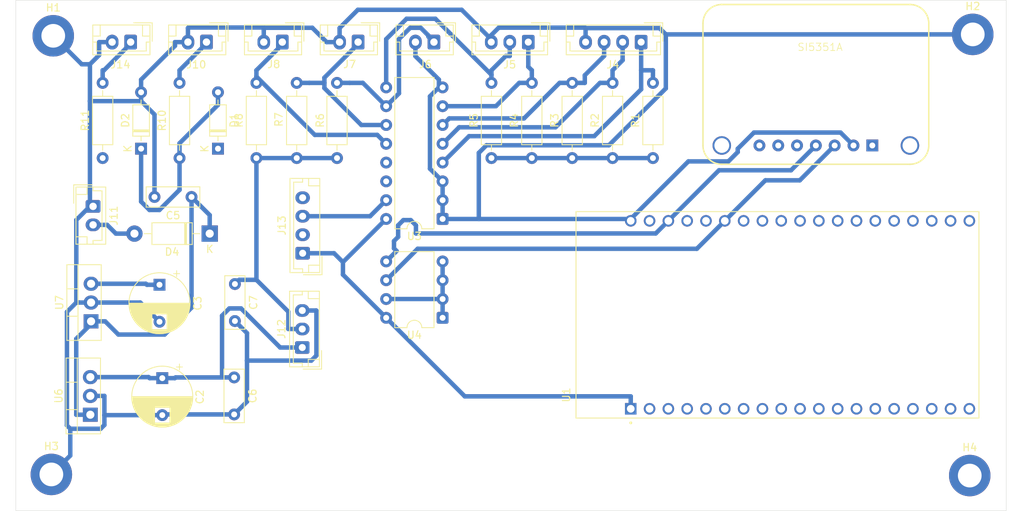
<source format=kicad_pcb>
(kicad_pcb (version 20241229) (generator "pcbnew") (generator_version "9.0")
  (layers (0 "F.Cu" signal) (2 "B.Cu" signal) (13 "F.Paste" user) (15 "B.Paste" user) (5 "F.SilkS" user "F.Silkscreen") (7 "B.SilkS" user "B.Silkscreen") (1 "F.Mask" user) (3 "B.Mask" user) (25 "Edge.Cuts" user))
  (net 0 "")
  (net 1 "+9V")
  (net 2 "GND")
  (net 3 "+5V")
  (net 4 "Net-(D4-K)")
  (net 5 "Net-(D1-A)")
  (net 6 "METER")
  (net 7 "Net-(D4-A)")
  (net 8 "Net-(J4-Pin_1)")
  (net 9 "Net-(J4-Pin_2)")
  (net 10 "Net-(J4-Pin_3)")
  (net 11 "Net-(J5-Pin_2)")
  (net 12 "Net-(J5-Pin_1)")
  (net 13 "Net-(J6-Pin_1)")
  (net 14 "Net-(J7-Pin_1)")
  (net 15 "Net-(J8-Pin_1)")
  (net 16 "CLK")
  (net 17 "Net-(J10-Pin_1)")
  (net 18 "SDA")
  (net 19 "SCL")
  (net 20 "+3.3V")
  (net 21 "PTT")
  (net 22 "DT")
  (net 23 "SW_STEP")
  (net 24 "CLK-2")
  (net 25 "DT-2")
  (net 26 "SW_BAND")
  (net 27 "SW_MODE")
  (net 28 "SW_AGC")
  (net 29 "SW_ATT")
  (net 30 "SW_SCAN")
  (net 37 "SCK")
  (net 38 "D{slash}C")
  (net 43 "MOSI")
  (net 49 "RST")
  (net 50 "CS")
  (footprint "Resistor_THT:R_Axial_DIN0207_L6.3mm_D2.5mm_P10.16mm_Horizontal" (layer "F.Cu") (at 148.7474 71.3232 90)
    (property "Reference" "R4" (at 5.08 -2.37 90) (layer "F.SilkS"))
    (property "Value" "10K")
    (pad "1" thru_hole circle (at 0 0 90) (size 1.6 1.6) (drill 0.8) (layers "*.Cu" "*.Mask") (net 3 "+5V"))
    (pad "2" thru_hole oval (at 10.16 0 90) (size 1.6 1.6) (drill 0.8) (layers "*.Cu" "*.Mask") (net 12 "Net-(J5-Pin_1)"))
  )
  (footprint "Connector_JST:JST_EH_B3B-EH-A_1x03_P2.50mm_Vertical" (layer "F.Cu") (at 117.7544 96.9264 90)
    (property "Reference" "J12" (at 2.5 -2.8 90) (layer "F.SilkS"))
    (property "Value" "AUX +5V +9V")
    (pad "1" thru_hole roundrect (at 0 0 90) (size 1.7 1.95) (drill 0.95) (layers "*.Cu" "*.Mask") (roundrect_rratio 0.147059) (net 1 "+9V"))
    (pad "2" thru_hole oval (at 2.5 0 90) (size 1.7 1.95) (drill 0.95) (layers "*.Cu" "*.Mask") (net 3 "+5V"))
    (pad "3" thru_hole oval (at 5 0 90) (size 1.7 1.95) (drill 0.95) (layers "*.Cu" "*.Mask") (net 2 "GND"))
  )
  (footprint "Connector_JST:JST_EH_B2B-EH-A_1x02_P2.50mm_Vertical" (layer "F.Cu") (at 89.5096 77.851 -90)
    (property "Reference" "J11" (at 1.25 -2.8 90) (layer "F.SilkS"))
    (property "Value" "VIN +12V")
    (pad "1" thru_hole roundrect (at 0 0 270) (size 1.7 2) (drill 1) (layers "*.Cu" "*.Mask") (roundrect_rratio 0.147059) (net 2 "GND"))
    (pad "2" thru_hole oval (at 2.5 0 270) (size 1.7 2) (drill 1) (layers "*.Cu" "*.Mask") (net 7 "Net-(D4-A)"))
  )
  (footprint "Connector_JST:JST_EH_B4B-EH-A_1x04_P2.50mm_Vertical" (layer "F.Cu") (at 117.8052 84.1864 90)
    (property "Reference" "J13" (at 3.75 -2.8 90) (layer "F.SilkS"))
    (property "Value" "I2C Bus")
    (pad "1" thru_hole roundrect (at 0 0 90) (size 1.7 1.95) (drill 0.95) (layers "*.Cu" "*.Mask") (roundrect_rratio 0.147059) (net 20 "+3.3V"))
    (pad "2" thru_hole oval (at 2.5 0 90) (size 1.7 1.95) (drill 0.95) (layers "*.Cu" "*.Mask") (net 19 "SCL"))
    (pad "3" thru_hole oval (at 5 0 90) (size 1.7 1.95) (drill 0.95) (layers "*.Cu" "*.Mask") (net 18 "SDA"))
    (pad "4" thru_hole oval (at 7.5 0 90) (size 1.7 1.95) (drill 0.95) (layers "*.Cu" "*.Mask") (net 2 "GND"))
  )
  (footprint "Connector_JST:JST_EH_B2B-EH-A_1x02_P2.50mm_Vertical" (layer "F.Cu") (at 135.5323 55.6514 180)
    (property "Reference" "J6" (at 1.143 -3.002 0) (layer "F.SilkS"))
    (property "Value" "AGC")
    (pad "1" thru_hole roundrect (at 0 0 180) (size 1.7 2) (drill 1) (layers "*.Cu" "*.Mask") (roundrect_rratio 0.147059) (net 13 "Net-(J6-Pin_1)"))
    (pad "2" thru_hole oval (at 2.5 0 180) (size 1.7 2) (drill 1) (layers "*.Cu" "*.Mask") (net 2 "GND"))
  )
  (footprint "Package_DIP:DIP-16_W7.62mm" (layer "F.Cu") (at 136.7028 79.5528 180)
    (property "Reference" "U3" (at 3.81 -2.33 0) (layer "F.SilkS"))
    (property "Value" "PCF8574AP")
    (pad "1" thru_hole roundrect (at 0 0 180) (size 1.6 1.6) (drill 0.8) (layers "*.Cu" "*.Mask") (roundrect_rratio 0.15625) (net 2 "GND"))
    (pad "2" thru_hole circle (at 0 2.54 180) (size 1.6 1.6) (drill 0.8) (layers "*.Cu" "*.Mask") (net 2 "GND"))
    (pad "3" thru_hole circle (at 0 5.08 180) (size 1.6 1.6) (drill 0.8) (layers "*.Cu" "*.Mask") (net 2 "GND"))
    (pad "4" thru_hole circle (at 0 7.62 180) (size 1.6 1.6) (drill 0.8) (layers "*.Cu" "*.Mask") (net 8 "Net-(J4-Pin_1)"))
    (pad "5" thru_hole circle (at 0 10.16 180) (size 1.6 1.6) (drill 0.8) (layers "*.Cu" "*.Mask") (net 9 "Net-(J4-Pin_2)"))
    (pad "6" thru_hole circle (at 0 12.7 180) (size 1.6 1.6) (drill 0.8) (layers "*.Cu" "*.Mask") (net 10 "Net-(J4-Pin_3)"))
    (pad "7" thru_hole circle (at 0 15.24 180) (size 1.6 1.6) (drill 0.8) (layers "*.Cu" "*.Mask") (net 12 "Net-(J5-Pin_1)"))
    (pad "8" thru_hole circle (at 0 17.78 180) (size 1.6 1.6) (drill 0.8) (layers "*.Cu" "*.Mask") (net 2 "GND"))
    (pad "9" thru_hole circle (at 7.62 17.78 180) (size 1.6 1.6) (drill 0.8) (layers "*.Cu" "*.Mask") (net 11 "Net-(J5-Pin_2)"))
    (pad "10" thru_hole circle (at 7.62 15.24 180) (size 1.6 1.6) (drill 0.8) (layers "*.Cu" "*.Mask") (net 13 "Net-(J6-Pin_1)"))
    (pad "11" thru_hole circle (at 7.62 12.7 180) (size 1.6 1.6) (drill 0.8) (layers "*.Cu" "*.Mask") (net 14 "Net-(J7-Pin_1)"))
    (pad "12" thru_hole circle (at 7.62 10.16 180) (size 1.6 1.6) (drill 0.8) (layers "*.Cu" "*.Mask") (net 15 "Net-(J8-Pin_1)"))
    (pad "13" thru_hole circle (at 7.62 7.62 180) (size 1.6 1.6) (drill 0.8) (layers "*.Cu" "*.Mask"))
    (pad "14" thru_hole circle (at 7.62 5.08 180) (size 1.6 1.6) (drill 0.8) (layers "*.Cu" "*.Mask") (net 19 "SCL"))
    (pad "15" thru_hole circle (at 7.62 2.54 180) (size 1.6 1.6) (drill 0.8) (layers "*.Cu" "*.Mask") (net 18 "SDA"))
    (pad "16" thru_hole circle (at 7.62 0 180) (size 1.6 1.6) (drill 0.8) (layers "*.Cu" "*.Mask") (net 20 "+3.3V"))
  )
  (footprint "Connector_JST:JST_EH_B2B-EH-A_1x02_P2.50mm_Vertical" (layer "F.Cu") (at 125.2951 55.6514 180)
    (property "Reference" "J7" (at 1.143 -3.002 0) (layer "F.SilkS"))
    (property "Value" "ATT")
    (pad "1" thru_hole roundrect (at 0 0 180) (size 1.7 2) (drill 1) (layers "*.Cu" "*.Mask") (roundrect_rratio 0.147059) (net 14 "Net-(J7-Pin_1)"))
    (pad "2" thru_hole oval (at 2.5 0 180) (size 1.7 2) (drill 1) (layers "*.Cu" "*.Mask") (net 2 "GND"))
  )
  (footprint "Capacitor_THT:C_Rect_L7.0mm_W2.5mm_P5.00mm" (layer "F.Cu") (at 108.6612 88.3488 -90)
    (property "Reference" "C7" (at 2.5 -2.5 90) (layer "F.SilkS"))
    (property "Value" "100nF")
    (pad "1" thru_hole circle (at 0 0 270) (size 1.6 1.6) (drill 0.8) (layers "*.Cu" "*.Mask") (net 3 "+5V"))
    (pad "2" thru_hole circle (at 5 0 270) (size 1.6 1.6) (drill 0.8) (layers "*.Cu" "*.Mask") (net 2 "GND"))
  )
  (footprint "-Periferial_Module:si5351a_Module" (layer "F.Cu") (at 174.3964 69.6216)
    (property "Reference" "M1" (hide yes))
    (property "Value" "Si5351A module" (hide yes))
    (fp_text user "SI5351A" (at 10.16 -12.7 0) (layer "F.SilkS") (effects (font (thickness 0.1)) (justify left bottom)))
    (pad "" np_thru_hole circle (at 0 0) (size 2.5 2.5) (drill 2) (layers "*.Cu" "*.Mask"))
    (pad "" np_thru_hole circle (at 25.4 0) (size 2.5 2.5) (drill 2) (layers "*.Cu" "*.Mask"))
    (pad "1" thru_hole rect (at 20.32 0 180) (size 1.6 1.6) (drill 0.8) (layers "*.Cu" "*.Mask") (net 20 "+3.3V"))
    (pad "2" thru_hole circle (at 17.78 0 180) (size 1.6 1.6) (drill 0.8) (layers "*.Cu" "*.Mask") (net 2 "GND"))
    (pad "3" thru_hole circle (at 15.24 0 180) (size 1.6 1.6) (drill 0.8) (layers "*.Cu" "*.Mask") (net 19 "SCL"))
    (pad "4" thru_hole circle (at 12.7 0 180) (size 1.6 1.6) (drill 0.8) (layers "*.Cu" "*.Mask") (net 18 "SDA"))
    (pad "5" thru_hole circle (at 10.16 0 180) (size 1.6 1.6) (drill 0.8) (layers "*.Cu" "*.Mask"))
    (pad "6" thru_hole circle (at 7.62 0 180) (size 1.6 1.6) (drill 0.8) (layers "*.Cu" "*.Mask"))
    (pad "7" thru_hole circle (at 5.08 0 180) (size 1.6 1.6) (drill 0.8) (layers "*.Cu" "*.Mask"))
  )
  (footprint "Resistor_THT:R_Axial_DIN0207_L6.3mm_D2.5mm_P10.16mm_Horizontal" (layer "F.Cu") (at 90.805 71.3232 90)
    (property "Reference" "R11" (at 5.08 -2.37 90) (layer "F.SilkS"))
    (property "Value" "10k")
    (pad "1" thru_hole circle (at 0 0 90) (size 1.6 1.6) (drill 0.8) (layers "*.Cu" "*.Mask") (net 20 "+3.3V"))
    (pad "2" thru_hole oval (at 10.16 0 90) (size 1.6 1.6) (drill 0.8) (layers "*.Cu" "*.Mask") (net 21 "PTT"))
  )
  (footprint "MountingHole:MountingHole_3.2mm_M3_DIN965_Pad_TopBottom" (layer "F.Cu") (at 208.28 54.61)
    (property "Reference" "H2" (at 0 -3.8 0) (layer "F.SilkS"))
    (property "Value" "MountingHole_Pad")
    (pad "1" thru_hole circle (at 0 0) (size 3.6 3.6) (drill 3.2) (layers "*.Cu" "*.Mask") (net 2 "GND"))
    (pad "1" connect circle (at 0 0) (size 5.6 5.6) (layers "F.Cu" "F.Mask") (net 2 "GND"))
    (pad "1" connect circle (at 0 0) (size 5.6 5.6) (layers "B.Cu" "B.Mask") (net 2 "GND"))
  )
  (footprint "Connector_JST:JST_EH_B4B-EH-A_1x04_P2.50mm_Vertical" (layer "F.Cu") (at 163.5068 55.6514 180)
    (property "Reference" "J4" (at 3.811643 -3.048 0) (layer "F.SilkS"))
    (property "Value" "Band")
    (pad "1" thru_hole roundrect (at 0 0 180) (size 1.7 1.95) (drill 0.95) (layers "*.Cu" "*.Mask") (roundrect_rratio 0.147059) (net 8 "Net-(J4-Pin_1)"))
    (pad "2" thru_hole oval (at 2.5 0 180) (size 1.7 1.95) (drill 0.95) (layers "*.Cu" "*.Mask") (net 9 "Net-(J4-Pin_2)"))
    (pad "3" thru_hole oval (at 5 0 180) (size 1.7 1.95) (drill 0.95) (layers "*.Cu" "*.Mask") (net 10 "Net-(J4-Pin_3)"))
    (pad "4" thru_hole oval (at 7.5 0 180) (size 1.7 1.95) (drill 0.95) (layers "*.Cu" "*.Mask") (net 2 "GND"))
  )
  (footprint "Resistor_THT:R_Axial_DIN0207_L6.3mm_D2.5mm_P10.16mm_Horizontal" (layer "F.Cu") (at 154.1983 71.3232 90)
    (property "Reference" "R3" (at 5.08 -2.37 90) (layer "F.SilkS"))
    (property "Value" "10K")
    (pad "1" thru_hole circle (at 0 0 90) (size 1.6 1.6) (drill 0.8) (layers "*.Cu" "*.Mask") (net 3 "+5V"))
    (pad "2" thru_hole oval (at 10.16 0 90) (size 1.6 1.6) (drill 0.8) (layers "*.Cu" "*.Mask") (net 10 "Net-(J4-Pin_3)"))
  )
  (footprint "Resistor_THT:R_Axial_DIN0207_L6.3mm_D2.5mm_P10.16mm_Horizontal" (layer "F.Cu") (at 159.6491 71.3232 90)
    (property "Reference" "R2" (at 5.08 -2.37 90) (layer "F.SilkS"))
    (property "Value" "10K")
    (pad "1" thru_hole circle (at 0 0 90) (size 1.6 1.6) (drill 0.8) (layers "*.Cu" "*.Mask") (net 3 "+5V"))
    (pad "2" thru_hole oval (at 10.16 0 90) (size 1.6 1.6) (drill 0.8) (layers "*.Cu" "*.Mask") (net 9 "Net-(J4-Pin_2)"))
  )
  (footprint "Capacitor_THT:CP_Radial_D8.0mm_P5.00mm" (layer "F.Cu") (at 98.8543 101.0661 -90)
    (property "Reference" "C2" (at 2.54 -5.0825 90) (layer "F.SilkS"))
    (property "Value" "100uF 25v")
    (pad "1" thru_hole rect (at 0 0 270) (size 1.6 1.6) (drill 0.8) (layers "*.Cu" "*.Mask") (net 1 "+9V"))
    (pad "2" thru_hole circle (at 5 0 270) (size 1.6 1.6) (drill 0.8) (layers "*.Cu" "*.Mask") (net 2 "GND"))
  )
  (footprint "Package_TO_SOT_THT:TO-220-3_Vertical" (layer "F.Cu") (at 89.1389 106.0088 90)
    (property "Reference" "U6" (at 2.54 -4.27 90) (layer "F.SilkS"))
    (property "Value" "LM7809_TO220")
    (pad "1" thru_hole rect (at 0 0 90) (size 1.905 2) (drill 1.1) (layers "*.Cu" "*.Mask") (net 4 "Net-(D4-K)"))
    (pad "2" thru_hole oval (at 2.54 0 90) (size 1.905 2) (drill 1.1) (layers "*.Cu" "*.Mask") (net 2 "GND"))
    (pad "3" thru_hole oval (at 5.08 0 90) (size 1.905 2) (drill 1.1) (layers "*.Cu" "*.Mask") (net 1 "+9V"))
  )
  (footprint "Connector_JST:JST_EH_B2B-EH-A_1x02_P2.50mm_Vertical" (layer "F.Cu") (at 104.8206 55.6514 180)
    (property "Reference" "J10" (at 1.3716 -3.048 0) (layer "F.SilkS"))
    (property "Value" "IN S_meter")
    (pad "1" thru_hole roundrect (at 0 0 180) (size 1.7 2) (drill 1) (layers "*.Cu" "*.Mask") (roundrect_rratio 0.147059) (net 17 "Net-(J10-Pin_1)"))
    (pad "2" thru_hole oval (at 2.5 0 180) (size 1.7 2) (drill 1) (layers "*.Cu" "*.Mask") (net 2 "GND"))
  )
  (footprint "-ESP32_Module:MODULE_ESP32-DEVKITC-32D" (layer "F.Cu") (at 181.8628 92.5068 90)
    (property "Reference" "U1" (at -10.829175 -28.446045 90) (layer "F.SilkS") (effects (font (size 1.000386 1.000386))))
    (property "Value" "ESP32-DEVKITC-32D")
    (pad "J2-1" thru_hole rect (at -12.7 -19.76 90) (size 1.56 1.56) (drill 1.04) (layers "*.Cu" "*.Mask") (net 20 "+3.3V"))
    (pad "J2-2" thru_hole circle (at -12.7 -17.22 90) (size 1.56 1.56) (drill 1.04) (layers "*.Cu" "*.Mask"))
    (pad "J2-3" thru_hole circle (at -12.7 -14.68 90) (size 1.56 1.56) (drill 1.04) (layers "*.Cu" "*.Mask"))
    (pad "J2-4" thru_hole circle (at -12.7 -12.14 90) (size 1.56 1.56) (drill 1.04) (layers "*.Cu" "*.Mask"))
    (pad "J2-5" thru_hole circle (at -12.7 -9.6 90) (size 1.56 1.56) (drill 1.04) (layers "*.Cu" "*.Mask") (net 16 "CLK"))
    (pad "J2-6" thru_hole circle (at -12.7 -7.06 90) (size 1.56 1.56) (drill 1.04) (layers "*.Cu" "*.Mask") (net 22 "DT"))
    (pad "J2-7" thru_hole circle (at -12.7 -4.52 90) (size 1.56 1.56) (drill 1.04) (layers "*.Cu" "*.Mask") (net 23 "SW_STEP"))
    (pad "J2-8" thru_hole circle (at -12.7 -1.98 90) (size 1.56 1.56) (drill 1.04) (layers "*.Cu" "*.Mask") (net 26 "SW_BAND"))
    (pad "J2-9" thru_hole circle (at -12.7 0.56 90) (size 1.56 1.56) (drill 1.04) (layers "*.Cu" "*.Mask") (net 27 "SW_MODE"))
    (pad "J2-10" thru_hole circle (at -12.7 3.1 90) (size 1.56 1.56) (drill 1.04) (layers "*.Cu" "*.Mask") (net 28 "SW_AGC"))
    (pad "J2-11" thru_hole circle (at -12.7 5.64 90) (size 1.56 1.56) (drill 1.04) (layers "*.Cu" "*.Mask") (net 29 "SW_ATT"))
    (pad "J2-12" thru_hole circle (at -12.7 8.18 90) (size 1.56 1.56) (drill 1.04) (layers "*.Cu" "*.Mask") (net 30 "SW_SCAN"))
    (pad "J2-13" thru_hole circle (at -12.7 10.72 90) (size 1.56 1.56) (drill 1.04) (layers "*.Cu" "*.Mask") (net 24 "CLK-2"))
    (pad "J2-14" thru_hole circle (at -12.7 13.26 90) (size 1.56 1.56) (drill 1.04) (layers "*.Cu" "*.Mask"))
    (pad "J2-15" thru_hole circle (at -12.7 15.8 90) (size 1.56 1.56) (drill 1.04) (layers "*.Cu" "*.Mask") (net 25 "DT-2"))
    (pad "J2-16" thru_hole circle (at -12.7 18.34 90) (size 1.56 1.56) (drill 1.04) (layers "*.Cu" "*.Mask"))
    (pad "J2-17" thru_hole circle (at -12.7 20.88 90) (size 1.56 1.56) (drill 1.04) (layers "*.Cu" "*.Mask"))
    (pad "J2-18" thru_hole circle (at -12.7 23.42 90) (size 1.56 1.56) (drill 1.04) (layers "*.Cu" "*.Mask"))
    (pad "J2-19" thru_hole circle (at -12.7 25.96 90) (size 1.56 1.56) (drill 1.04) (layers "*.Cu" "*.Mask") (net 3 "+5V"))
    (pad "J3-1" thru_hole circle (at 12.7 -19.76 90) (size 1.56 1.56) (drill 1.04) (layers "*.Cu" "*.Mask") (net 2 "GND"))
    (pad "J3-2" thru_hole circle (at 12.7 -17.22 90) (size 1.56 1.56) (drill 1.04) (layers "*.Cu" "*.Mask") (net 43 "MOSI"))
    (pad "J3-3" thru_hole circle (at 12.7 -14.68 90) (size 1.56 1.56) (drill 1.04) (layers "*.Cu" "*.Mask") (net 18 "SDA"))
    (pad "J3-4" thru_hole circle (at 12.7 -12.14 90) (size 1.56 1.56) (drill 1.04) (layers "*.Cu" "*.Mask"))
    (pad "J3-5" thru_hole circle (at 12.7 -9.6 90) (size 1.56 1.56) (drill 1.04) (layers "*.Cu" "*.Mask"))
    (pad "J3-6" thru_hole circle (at 12.7 -7.06 90) (size 1.56 1.56) (drill 1.04) (layers "*.Cu" "*.Mask") (net 19 "SCL"))
    (pad "J3-7" thru_hole circle (at 12.7 -4.52 90) (size 1.56 1.56) (drill 1.04) (layers "*.Cu" "*.Mask"))
    (pad "J3-8" thru_hole circle (at 12.7 -1.98 90) (size 1.56 1.56) (drill 1.04) (layers "*.Cu" "*.Mask") (net 21 "PTT"))
    (pad "J3-9" thru_hole circle (at 12.7 0.56 90) (size 1.56 1.56) (drill 1.04) (layers "*.Cu" "*.Mask") (net 37 "SCK"))
    (pad "J3-10" thru_hole circle (at 12.7 3.1 90) (size 1.56 1.56) (drill 1.04) (layers "*.Cu" "*.Mask") (net 50 "CS"))
    (pad "J3-11" thru_hole circle (at 12.7 5.64 90) (size 1.56 1.56) (drill 1.04) (layers "*.Cu" "*.Mask") (net 49 "RST"))
    (pad "J3-12" thru_hole circle (at 12.7 8.18 90) (size 1.56 1.56) (drill 1.04) (layers "*.Cu" "*.Mask") (net 38 "D{slash}C"))
    (pad "J3-13" thru_hole circle (at 12.7 10.72 90) (size 1.56 1.56) (drill 1.04) (layers "*.Cu" "*.Mask"))
    (pad "J3-14" thru_hole circle (at 12.7 13.26 90) (size 1.56 1.56) (drill 1.04) (layers "*.Cu" "*.Mask"))
    (pad "J3-15" thru_hole circle (at 12.7 15.8 90) (size 1.56 1.56) (drill 1.04) (layers "*.Cu" "*.Mask"))
    (pad "J3-16" thru_hole circle (at 12.7 18.34 90) (size 1.56 1.56) (drill 1.04) (layers "*.Cu" "*.Mask") (net 6 "METER"))
    (pad "J3-17" thru_hole circle (at 12.7 20.88 90) (size 1.56 1.56) (drill 1.04) (layers "*.Cu" "*.Mask"))
    (pad "J3-18" thru_hole circle (at 12.7 23.42 90) (size 1.56 1.56) (drill 1.04) (layers "*.Cu" "*.Mask"))
    (pad "J3-19" thru_hole circle (at 12.7 25.96 90) (size 1.56 1.56) (drill 1.04) (layers "*.Cu" "*.Mask"))
  )
  (footprint "MountingHole:MountingHole_3.2mm_M3_DIN965_Pad_TopBottom" (layer "F.Cu") (at 84.1356 54.8008)
    (property "Reference" "H1" (at 0 -3.8 0) (layer "F.SilkS"))
    (property "Value" "MountingHole_Pad")
    (pad "1" thru_hole circle (at 0 0) (size 3.6 3.6) (drill 3.2) (layers "*.Cu" "*.Mask") (net 2 "GND"))
    (pad "1" connect circle (at 0 0) (size 5.6 5.6) (layers "F.Cu" "F.Mask") (net 2 "GND"))
    (pad "1" connect circle (at 0 0) (size 5.6 5.6) (layers "B.Cu" "B.Mask") (net 2 "GND"))
  )
  (footprint "Resistor_THT:R_Axial_DIN0207_L6.3mm_D2.5mm_P10.16mm_Horizontal" (layer "F.Cu") (at 111.565 71.3232 90)
    (property "Reference" "R8" (at 5.08 -2.37 90) (layer "F.SilkS"))
    (property "Value" "10K")
    (pad "1" thru_hole circle (at 0 0 90) (size 1.6 1.6) (drill 0.8) (layers "*.Cu" "*.Mask") (net 3 "+5V"))
    (pad "2" thru_hole oval (at 10.16 0 90) (size 1.6 1.6) (drill 0.8) (layers "*.Cu" "*.Mask") (net 15 "Net-(J8-Pin_1)"))
  )
  (footprint "Resistor_THT:R_Axial_DIN0207_L6.3mm_D2.5mm_P10.16mm_Horizontal" (layer "F.Cu") (at 122.445 71.3232 90)
    (property "Reference" "R6" (at 5.08 -2.286 90) (layer "F.SilkS"))
    (property "Value" "10K")
    (pad "1" thru_hole circle (at 0 0 90) (size 1.6 1.6) (drill 0.8) (layers "*.Cu" "*.Mask") (net 3 "+5V"))
    (pad "2" thru_hole oval (at 10.16 0 90) (size 1.6 1.6) (drill 0.8) (layers "*.Cu" "*.Mask") (net 13 "Net-(J6-Pin_1)"))
  )
  (footprint "Capacitor_THT:C_Rect_L7.0mm_W2.5mm_P5.00mm" (layer "F.Cu") (at 108.5596 100.9688 -90)
    (property "Reference" "C6" (at 2.5 -2.5 90) (layer "F.SilkS"))
    (property "Value" "100nF")
    (pad "1" thru_hole circle (at 0 0 270) (size 1.6 1.6) (drill 0.8) (layers "*.Cu" "*.Mask") (net 1 "+9V"))
    (pad "2" thru_hole circle (at 5 0 270) (size 1.6 1.6) (drill 0.8) (layers "*.Cu" "*.Mask") (net 2 "GND"))
  )
  (footprint "Resistor_THT:R_Axial_DIN0207_L6.3mm_D2.5mm_P10.16mm_Horizontal" (layer "F.Cu") (at 117.005 71.3232 90)
    (property "Reference" "R7" (at 5.207 -2.413 90) (layer "F.SilkS"))
    (property "Value" "10K")
    (pad "1" thru_hole circle (at 0 0 90) (size 1.6 1.6) (drill 0.8) (layers "*.Cu" "*.Mask") (net 3 "+5V"))
    (pad "2" thru_hole oval (at 10.16 0 90) (size 1.6 1.6) (drill 0.8) (layers "*.Cu" "*.Mask") (net 14 "Net-(J7-Pin_1)"))
  )
  (footprint "Capacitor_THT:CP_Radial_D8.0mm_P5.00mm" (layer "F.Cu") (at 98.4784 88.4461 -90)
    (property "Reference" "C3" (at 2.5108 -5.1536 90) (layer "F.SilkS"))
    (property "Value" "100uF 25V")
    (pad "1" thru_hole rect (at 0 0 270) (size 1.6 1.6) (drill 0.8) (layers "*.Cu" "*.Mask") (net 3 "+5V"))
    (pad "2" thru_hole circle (at 5 0 270) (size 1.6 1.6) (drill 0.8) (layers "*.Cu" "*.Mask") (net 2 "GND"))
  )
  (footprint "Connector_JST:JST_EH_B3B-EH-A_1x03_P2.50mm_Vertical" (layer "F.Cu") (at 148.2696 55.6514 180)
    (property "Reference" "J5" (at 2.5095 -3.048 0) (layer "F.SilkS"))
    (property "Value" "Mode")
    (pad "1" thru_hole roundrect (at 0 0 180) (size 1.7 1.95) (drill 0.95) (layers "*.Cu" "*.Mask") (roundrect_rratio 0.147059) (net 12 "Net-(J5-Pin_1)"))
    (pad "2" thru_hole oval (at 2.5 0 180) (size 1.7 1.95) (drill 0.95) (layers "*.Cu" "*.Mask") (net 11 "Net-(J5-Pin_2)"))
    (pad "3" thru_hole oval (at 5 0 180) (size 1.7 1.95) (drill 0.95) (layers "*.Cu" "*.Mask") (net 2 "GND"))
  )
  (footprint "MountingHole:MountingHole_3.2mm_M3_DIN965_Pad_TopBottom" (layer "F.Cu") (at 207.8716 114.2319)
    (property "Reference" "H4" (at 0 -3.8 0) (layer "F.SilkS"))
    (property "Value" "MountingHole_Pad")
    (pad "1" thru_hole circle (at 0 0) (size 3.6 3.6) (drill 3.2) (layers "*.Cu" "*.Mask") (net 2 "GND"))
    (pad "1" connect circle (at 0 0) (size 5.6 5.6) (layers "F.Cu" "F.Mask") (net 2 "GND"))
    (pad "1" connect circle (at 0 0) (size 5.6 5.6) (layers "B.Cu" "B.Mask") (net 2 "GND"))
  )
  (footprint "Package_DIP:DIP-8_W7.62mm" (layer "F.Cu") (at 136.7028 92.9132 180)
    (property "Reference" "U4" (at 3.81 -2.33 0) (layer "F.SilkS"))
    (property "Value" "24LC32")
    (pad "1" thru_hole roundrect (at 0 0 180) (size 1.6 1.6) (drill 0.8) (layers "*.Cu" "*.Mask") (roundrect_rratio 0.15625) (net 2 "GND"))
    (pad "2" thru_hole circle (at 0 2.54 180) (size 1.6 1.6) (drill 0.8) (layers "*.Cu" "*.Mask") (net 2 "GND"))
    (pad "3" thru_hole circle (at 0 5.08 180) (size 1.6 1.6) (drill 0.8) (layers "*.Cu" "*.Mask") (net 2 "GND"))
    (pad "4" thru_hole circle (at 0 7.62 180) (size 1.6 1.6) (drill 0.8) (layers "*.Cu" "*.Mask") (net 2 "GND"))
    (pad "5" thru_hole circle (at 7.62 7.62 180) (size 1.6 1.6) (drill 0.8) (layers "*.Cu" "*.Mask") (net 18 "SDA"))
    (pad "6" thru_hole circle (at 7.62 5.08 180) (size 1.6 1.6) (drill 0.8) (layers "*.Cu" "*.Mask") (net 19 "SCL"))
    (pad "7" thru_hole circle (at 7.62 2.54 180) (size 1.6 1.6) (drill 0.8) (layers "*.Cu" "*.Mask") (net 2 "GND"))
    (pad "8" thru_hole circle (at 7.62 0 180) (size 1.6 1.6) (drill 0.8) (layers "*.Cu" "*.Mask") (net 20 "+3.3V"))
  )
  (footprint "Resistor_THT:R_Axial_DIN0207_L6.3mm_D2.5mm_P10.16mm_Horizontal" (layer "F.Cu") (at 143.2965 71.3232 90)
    (property "Reference" "R5" (at 5.08 -2.37 90) (layer "F.SilkS"))
    (property "Value" "10K")
    (pad "1" thru_hole circle (at 0 0 90) (size 1.6 1.6) (drill 0.8) (layers "*.Cu" "*.Mask") (net 3 "+5V"))
    (pad "2" thru_hole oval (at 10.16 0 90) (size 1.6 1.6) (drill 0.8) (layers "*.Cu" "*.Mask") (net 11 "Net-(J5-Pin_2)"))
  )
  (footprint "Diode_THT:D_DO-41_SOD81_P10.16mm_Horizontal" (layer "F.Cu") (at 105.2576 81.534 180)
    (property "Reference" "D4" (at 5.08 -2.47 0) (layer "F.SilkS"))
    (property "Value" "1N4007")
    (fp_text user "K" (at 0 -2.1 0) (layer "F.SilkS"))
    (pad "1" thru_hole rect (at 0 0 180) (size 2.2 2.2) (drill 1.1) (layers "*.Cu" "*.Mask") (net 4 "Net-(D4-K)"))
    (pad "2" thru_hole oval (at 10.16 0 180) (size 2.2 2.2) (drill 1.1) (layers "*.Cu" "*.Mask") (net 7 "Net-(D4-A)"))
  )
  (footprint "Connector_JST:JST_EH_B2B-EH-A_1x02_P2.50mm_Vertical" (layer "F.Cu") (at 115.0579 55.6514 180)
    (property "Reference" "J8" (at 1.143 -3.002 0) (layer "F.SilkS"))
    (property "Value" "TX")
    (pad "1" thru_hole roundrect (at 0 0 180) (size 1.7 2) (drill 1) (layers "*.Cu" "*.Mask") (roundrect_rratio 0.147059) (net 15 "Net-(J8-Pin_1)"))
    (pad "2" thru_hole oval (at 2.5 0 180) (size 1.7 2) (drill 1) (layers "*.Cu" "*.Mask") (net 2 "GND"))
  )
  (footprint "MountingHole:MountingHole_3.2mm_M3_DIN965_Pad_TopBottom" (layer "F.Cu") (at 83.8796 114.0795)
    (property "Reference" "H3" (at 0 -3.8 0) (layer "F.SilkS"))
    (property "Value" "MountingHole_Pad")
    (pad "1" thru_hole circle (at 0 0) (size 3.6 3.6) (drill 3.2) (layers "*.Cu" "*.Mask") (net 2 "GND"))
    (pad "1" connect circle (at 0 0) (size 5.6 5.6) (layers "F.Cu" "F.Mask") (net 2 "GND"))
    (pad "1" connect circle (at 0 0) (size 5.6 5.6) (layers "B.Cu" "B.Mask") (net 2 "GND"))
  )
  (footprint "Resistor_THT:R_Axial_DIN0207_L6.3mm_D2.5mm_P10.16mm_Horizontal" (layer "F.Cu") (at 101.185 71.3232 90)
    (property "Reference" "R10" (at 5.08 -2.37 90) (layer "F.SilkS"))
    (property "Value" "1K")
    (pad "1" thru_hole circle (at 0 0 90) (size 1.6 1.6) (drill 0.8) (layers "*.Cu" "*.Mask") (net 5 "Net-(D1-A)"))
    (pad "2" thru_hole oval (at 10.16 0 90) (size 1.6 1.6) (drill 0.8) (layers "*.Cu" "*.Mask") (net 17 "Net-(J10-Pin_1)"))
  )
  (footprint "Package_TO_SOT_THT:TO-220-3_Vertical" (layer "F.Cu") (at 89.2405 93.3888 90)
    (property "Reference" "U7" (at 2.54 -4.27 90) (layer "F.SilkS"))
    (property "Value" "LM7805_TO220")
    (pad "1" thru_hole rect (at 0 0 90) (size 1.905 2) (drill 1.1) (layers "*.Cu" "*.Mask") (net 4 "Net-(D4-K)"))
    (pad "2" thru_hole oval (at 2.54 0 90) (size 1.905 2) (drill 1.1) (layers "*.Cu" "*.Mask") (net 2 "GND"))
    (pad "3" thru_hole oval (at 5.08 0 90) (size 1.905 2) (drill 1.1) (layers "*.Cu" "*.Mask") (net 3 "+5V"))
  )
  (footprint "Resistor_THT:R_Axial_DIN0207_L6.3mm_D2.5mm_P10.16mm_Horizontal" (layer "F.Cu") (at 165.1 71.3232 90)
    (property "Reference" "R1" (at 5.08 -2.37 90) (layer "F.SilkS"))
    (property "Value" "10K")
    (pad "1" thru_hole circle (at 0 0 90) (size 1.6 1.6) (drill 0.8) (layers "*.Cu" "*.Mask") (net 3 "+5V"))
    (pad "2" thru_hole oval (at 10.16 0 90) (size 1.6 1.6) (drill 0.8) (layers "*.Cu" "*.Mask") (net 8 "Net-(J4-Pin_1)"))
  )
  (footprint "Connector_JST:JST_EH_B2B-EH-A_1x02_P2.50mm_Vertical" (layer "F.Cu") (at 94.5834 55.6514 180)
    (property "Reference" "J14" (at 1.3716 -3.048 0) (layer "F.SilkS"))
    (property "Value" "PTT")
    (pad "1" thru_hole roundrect (at 0 0 180) (size 1.7 2) (drill 1) (layers "*.Cu" "*.Mask") (roundrect_rratio 0.147059) (net 21 "PTT"))
    (pad "2" thru_hole oval (at 2.5 0 180) (size 1.7 2) (drill 1) (layers "*.Cu" "*.Mask") (net 2 "GND"))
  )
  (footprint "Diode_THT:D_DO-35_SOD27_P7.62mm_Horizontal" (layer "F.Cu") (at 106.375 70.0532 90)
    (property "Reference" "D1" (at 3.81 2.159 90) (layer "F.SilkS"))
    (property "Value" "1N4148")
    (fp_text user "K" (at 0 -1.8 90) (layer "F.SilkS"))
    (pad "1" thru_hole rect (at 0 0 90) (size 1.6 1.6) (drill 0.8) (layers "*.Cu" "*.Mask") (net 6 "METER"))
    (pad "2" thru_hole oval (at 7.62 0 90) (size 1.6 1.6) (drill 0.8) (layers "*.Cu" "*.Mask") (net 5 "Net-(D1-A)"))
  )
  (footprint "Diode_THT:D_DO-35_SOD27_P7.62mm_Horizontal" (layer "F.Cu") (at 95.995 70.0532 90)
    (property "Reference" "D2" (at 3.81 -2.12 90) (layer "F.SilkS"))
    (property "Value" "3.3V")
    (fp_text user "K" (at 0 -1.8 90) (layer "F.SilkS"))
    (pad "1" thru_hole rect (at 0 0 90) (size 1.6 1.6) (drill 0.8) (layers "*.Cu" "*.Mask") (net 5 "Net-(D1-A)"))
    (pad "2" thru_hole oval (at 7.62 0 90) (size 1.6 1.6) (drill 0.8) (layers "*.Cu" "*.Mask") (net 2 "GND"))
  )
  (footprint "Capacitor_THT:C_Rect_L7.0mm_W2.5mm_P5.00mm" (layer "F.Cu") (at 102.8046 76.581 180)
    (property "Reference" "C5" (at 2.5 -2.5 0) (layer "F.SilkS"))
    (property "Value" "100nF")
    (pad "1" thru_hole circle (at 0 0 180) (size 1.6 1.6) (drill 0.8) (layers "*.Cu" "*.Mask") (net 4 "Net-(D4-K)"))
    (pad "2" thru_hole circle (at 5 0 180) (size 1.6 1.6) (drill 0.8) (layers "*.Cu" "*.Mask") (net 2 "GND"))
  )
  (gr_rect (start 79.0856 50) (end 212.794 118.9764) (stroke (width 0.05)) (fill no) (layer "Edge.Cuts"))
  (segment (start 98.8543 101.0661) (end 100.556 101.0661) (width 0.6) (layer "B.Cu") (net 1))
  (segment (start 109.4894 91.6446) (end 114.7712 96.9264) (width 0.6) (layer "B.Cu") (net 1))
  (segment (start 98.8543 101.0661) (end 97.1526 101.0661) (width 0.6) (layer "B.Cu") (net 1))
  (segment (start 97.0153 100.9288) (end 97.1526 101.0661) (width 0.6) (layer "B.Cu") (net 1))
  (segment (start 108.5596 100.9688) (end 106.9244 100.9688) (width 0.6) (layer "B.Cu") (net 1))
  (segment (start 106.9244 100.9688) (end 100.6533 100.9688) (width 0.6) (layer "B.Cu") (net 1))
  (segment (start 89.1389 100.9288) (end 97.0153 100.9288) (width 0.6) (layer "B.Cu") (net 1))
  (segment (start 106.9244 100.9688) (end 106.9244 92.6232) (width 0.6) (layer "B.Cu") (net 1))
  (segment (start 100.6533 100.9688) (end 100.556 101.0661) (width 0.6) (layer "B.Cu") (net 1))
  (segment (start 114.7712 96.9264) (end 117.7544 96.9264) (width 0.6) (layer "B.Cu") (net 1))
  (segment (start 107.903 91.6446) (end 109.4894 91.6446) (width 0.6) (layer "B.Cu") (net 1))
  (segment (start 106.9244 92.6232) (end 107.903 91.6446) (width 0.6) (layer "B.Cu") (net 1))
  (segment (start 112.5579 54.0501) (end 112.5579 53.7503) (width 0.6) (layer "B.Cu") (net 2))
  (segment (start 136.2028 60.7236) (end 133.0323 57.5531) (width 0.6) (layer "B.Cu") (net 2))
  (segment (start 136.2028 61.7728) (end 136.2028 60.7236) (width 0.6) (layer "B.Cu") (net 2))
  (segment (start 143.2696 55.6514) (end 143.2696 55.2771) (width 0.6) (layer "B.Cu") (net 2))
  (segment (start 89.1389 103.4688) (end 91.0406 103.4688) (width 0.6) (layer "B.Cu") (net 2))
  (segment (start 95.995 63.6265) (end 89.0877 63.6265) (width 0.6) (layer "B.Cu") (net 2))
  (segment (start 118.9814 98.6941) (end 110.294 98.6941) (width 0.6) (layer "B.Cu") (net 2))
  (segment (start 141.5912 79.5528) (end 136.7028 79.5528) (width 0.6) (layer "B.Cu") (net 2))
  (segment (start 87.2476 90.8488) (end 85.9846 92.1118) (width 0.6) (layer "B.Cu") (net 2))
  (segment (start 136.7028 87.8332) (end 136.7028 85.2932) (width 0.6) (layer "B.Cu") (net 2))
  (segment (start 143.2696 54.713) (end 144.2842 53.6984) (width 0.6) (layer "B.Cu") (net 2))
  (segment (start 95.995 62.4332) (end 95.995 60.7315) (width 0.6) (layer "B.Cu") (net 2))
  (segment (start 91.0406 107.3953) (end 91.0406 106.0661) (width 0.6) (layer "B.Cu") (net 2))
  (segment (start 97.8046 65.4361) (end 97.8046 76.581) (width 0.6) (layer "B.Cu") (net 2))
  (segment (start 176.5481 70.0672) (end 178.742 67.8733) (width 0.6) (layer "B.Cu") (net 2))
  (segment (start 85.9846 92.1118) (end 85.9846 107.4589) (width 0.6) (layer "B.Cu") (net 2))
  (segment (start 133.0323 55.6514) (end 133.0323 57.5531) (width 0.6) (layer "B.Cu") (net 2))
  (segment (start 175.2877 71.7733) (end 176.5481 70.5129) (width 0.6) (layer "B.Cu") (net 2))
  (segment (start 141.5912 79.5528) (end 141.5912 70.6219) (width 0.6) (layer "B.Cu") (net 2))
  (segment (start 87.6397 90.8488) (end 87.2476 90.8488) (width 0.6) (layer "B.Cu") (net 2))
  (segment (start 112.4883 53.6801) (end 112.5579 53.7497) (width 0.6) (layer "B.Cu") (net 2))
  (segment (start 156.0209 53.7606) (end 156.0068 53.7747) (width 0.6) (layer "B.Cu") (net 2))
  (segment (start 136.7028 77.0128) (end 136.7028 79.5528) (width 0.6) (layer "B.Cu") (net 2))
  (segment (start 108.5596 105.9688) (end 98.9516 105.9688) (width 0.6) (layer "B.Cu") (net 2))
  (segment (start 162.1028 79.5528) (end 141.5912 79.5528) (width 0.6) (layer "B.Cu") (net 2))
  (segment (start 190.4281 67.8733) (end 192.1764 69.6216) (width 0.6) (layer "B.Cu") (net 2))
  (segment (start 95.995 63.1181) (end 95.995 63.6265) (width 0.6) (layer "B.Cu") (net 2))
  (segment (start 102.3206 55.6514) (end 102.3206 53.7497) (width 0.6) (layer "B.Cu") (net 2))
  (segment (start 165.9898 53.7606) (end 156.0209 53.7606) (width 0.6) (layer "B.Cu") (net 2))
  (segment (start 142.618 69.5951) (end 159.1543 69.5951) (width 0.6) (layer "B.Cu") (net 2))
  (segment (start 136.7028 92.9132) (end 136.7028 90.3732) (width 0.6) (layer "B.Cu") (net 2))
  (segment (start 159.1543 69.5951) (end 166.8392 61.9102) (width 0.6) (layer "B.Cu") (net 2))
  (segment (start 169.8823 71.7733) (end 175.2877 71.7733) (width 0.6) (layer "B.Cu") (net 2))
  (segment (start 89.0877 77.851) (end 89.5096 77.851) (width 0.6) (layer "B.Cu") (net 2))
  (segment (start 155.9305 53.6984) (end 156.0068 53.7747) (width 0.6) (layer "B.Cu") (net 2))
  (segment (start 141.5912 70.6219) (end 142.618 69.5951) (width 0.6) (layer "B.Cu") (net 2))
  (segment (start 83.8796 114.0795) (end 86.4327 111.5264) (width 0.6) (layer "B.Cu") (net 2))
  (segment (start 91.0406 106.0661) (end 91.0406 103.4688) (width 0.6) (layer "B.Cu") (net 2))
  (segment (start 136.7028 74.4728) (end 136.7028 77.0128) (width 0.6) (layer "B.Cu") (net 2))
  (segment (start 102.3206 55.6514) (end 100.5689 55.6514) (width 0.6) (layer "B.Cu") (net 2))
  (segment (start 136.7028 90.3732) (end 129.0828 90.3732) (width 0.6) (layer "B.Cu") (net 2))
  (segment (start 85.9846 107.4589) (end 86.4327 107.907) (width 0.6) (layer "B.Cu") (net 2))
  (segment (start 110.294 98.6941) (end 110.294 104.2344) (width 0.6) (layer "B.Cu") (net 2))
  (segment (start 86.4327 111.5264) (end 86.4327 107.907) (width 0.6) (layer "B.Cu") (net 2))
  (segment (start 87.9819 58.6471) (end 89.0877 58.6471) (width 0.6) (layer "B.Cu") (net 2))
  (segment (start 166.8392 61.9102) (end 166.8392 54.61) (width 0.6) (layer "B.Cu") (net 2))
  (segment (start 90.3317 55.6514) (end 90.3317 57.4031) (width 0.6) (layer "B.Cu") (net 2))
  (segment (start 136.7028 74.4728) (end 134.997 72.767) (width 0.6) (layer "B.Cu") (net 2))
  (segment (start 89.2405 90.8488) (end 87.6397 90.8488) (width 0.6) (layer "B.Cu") (net 2))
  (segment (start 139.2806 51.2881) (end 125.2567 51.2881) (width 0.6) (layer "B.Cu") (net 2))
  (segment (start 144.2842 53.6984) (end 155.9305 53.6984) (width 0.6) (layer "B.Cu") (net 2))
  (segment (start 166.8392 54.61) (end 165.9898 53.7606) (width 0.6) (layer "B.Cu") (net 2))
  (segment (start 98.4784 93.4461) (end 95.8811 90.8488) (width 0.6) (layer "B.Cu") (net 2))
  (segment (start 162.1028 79.5528) (end 169.8823 71.7733) (width 0.6) (layer "B.Cu") (net 2))
  (segment (start 122.7951 55.6514) (end 121.0434 55.6514) (width 0.6) (layer "B.Cu") (net 2))
  (segment (start 108.6612 93.3488) (end 110.294 94.9816) (width 0.6) (layer "B.Cu") (net 2))
  (segment (start 134.997 72.767) (end 134.997 62.9786) (width 0.6) (layer "B.Cu") (net 2))
  (segment (start 143.2696 55.2771) (end 139.2806 51.2881) (width 0.6) (layer "B.Cu") (net 2))
  (segment (start 178.742 67.8733) (end 190.4281 67.8733) (width 0.6) (layer "B.Cu") (net 2))
  (segment (start 86.4327 107.907) (end 90.5289 107.907) (width 0.6) (layer "B.Cu") (net 2))
  (segment (start 100.5689 56.1576) (end 100.5689 55.6514) (width 0.6) (layer "B.Cu") (net 2))
  (segment (start 90.3317 57.4031) (end 89.0877 58.6471) (width 0.6) (layer "B.Cu") (net 2))
  (segment (start 95.995 63.1181) (end 95.995 62.4332) (width 0.6) (layer "B.Cu") (net 2))
  (segment (start 117.7544 91.9264) (end 119.6311 91.9264) (width 0.6) (layer "B.Cu") (net 2))
  (segment (start 208.28 54.61) (end 166.8392 54.61) (width 0.6) (layer "B.Cu") (net 2))
  (segment (start 110.294 104.2344) (end 108.5596 105.9688) (width 0.6) (layer "B.Cu") (net 2))
  (segment (start 162.1028 79.5528) (end 162.1028 79.8068) (width 0.6) (layer "B.Cu") (net 2))
  (segment (start 95.995 63.6265) (end 97.8046 65.4361) (width 0.6) (layer "B.Cu") (net 2))
  (segment (start 136.2028 61.7728) (end 136.7028 61.7728) (width 0.6) (layer "B.Cu") (net 2))
  (segment (start 125.2567 51.2881) (end 122.7951 53.7497) (width 0.6) (layer "B.Cu") (net 2))
  (segment (start 89.0877 77.851) (end 89.0877 63.6265) (width 0.6) (layer "B.Cu") (net 2))
  (segment (start 110.294 94.9816) (end 110.294 98.6941) (width 0.6) (layer "B.Cu") (net 2))
  (segment (start 112.5909 53.7167) (end 112.5579 53.7497) (width 0.6) (layer "B.Cu") (net 2))
  (segment (start 156.0068 55.6514) (end 156.0068 53.7747) (width 0.6) (layer "B.Cu") (net 2))
  (segment (start 87.2476 90.8488) (end 87.2476 79.6911) (width 0.6) (layer "B.Cu") (net 2))
  (segment (start 95.995 60.7315) (end 100.5689 56.1576) (width 0.6) (layer "B.Cu") (net 2))
  (segment (start 119.6311 91.9264) (end 119.6618 91.9571) (width 0.6) (layer "B.Cu") (net 2))
  (segment (start 112.5579 53.7503) (end 112.5579 53.7497) (width 0.6) (layer "B.Cu") (net 2))
  (segment (start 98.8543 106.0661) (end 91.0406 106.0661) (width 0.6) (layer "B.Cu") (net 2))
  (segment (start 95.8811 90.8488) (end 89.2405 90.8488) (width 0.6) (layer "B.Cu") (net 2))
  (segment (start 119.6618 98.0137) (end 118.9814 98.6941) (width 0.6) (layer "B.Cu") (net 2))
  (segment (start 143.2696 55.2771) (end 143.2696 54.713) (width 0.6) (layer "B.Cu") (net 2))
  (segment (start 90.5289 107.907) (end 91.0406 107.3953) (width 0.6) (layer "B.Cu") (net 2))
  (segment (start 102.3902 53.6801) (end 112.4883 53.6801) (width 0.6) (layer "B.Cu") (net 2))
  (segment (start 122.7951 55.6514) (end 122.7951 53.7497) (width 0.6) (layer "B.Cu") (net 2))
  (segment (start 134.997 62.9786) (end 136.2028 61.7728) (width 0.6) (layer "B.Cu") (net 2))
  (segment (start 84.1356 54.8008) (end 87.9819 58.6471) (width 0.6) (layer "B.Cu") (net 2))
  (segment (start 121.0434 55.6514) (end 119.1087 53.7167) (width 0.6) (layer "B.Cu") (net 2))
  (segment (start 119.6618 91.9571) (end 119.6618 98.0137) (width 0.6) (layer "B.Cu") (net 2))
  (segment (start 98.9516 105.9688) (end 98.8543 106.0661) (width 0.6) (layer "B.Cu") (net 2))
  (segment (start 119.1087 53.7167) (end 112.5909 53.7167) (width 0.6) (layer "B.Cu") (net 2))
  (segment (start 92.0834 55.6514) (end 90.3317 55.6514) (width 0.6) (layer "B.Cu") (net 2))
  (segment (start 89.0877 58.6471) (end 89.0877 63.6265) (width 0.6) (layer "B.Cu") (net 2))
  (segment (start 112.5579 55.6514) (end 112.5579 54.0501) (width 0.6) (layer "B.Cu") (net 2))
  (segment (start 176.5481 70.5129) (end 176.5481 70.0672) (width 0.6) (layer "B.Cu") (net 2))
  (segment (start 102.3206 53.7497) (end 102.3902 53.6801) (width 0.6) (layer "B.Cu") (net 2))
  (segment (start 136.7028 90.3732) (end 136.7028 87.8332) (width 0.6) (layer "B.Cu") (net 2))
  (segment (start 87.2476 79.6911) (end 89.0877 77.851) (width 0.6) (layer "B.Cu") (net 2))
  (segment (start 109.2307 87.7793) (end 108.6612 88.3488) (width 0.6) (layer "B.Cu") (net 3))
  (segment (start 154.1983 71.3232) (end 148.7474 71.3232) (width 0.6) (layer "B.Cu") (net 3))
  (segment (start 122.445 71.3232) (end 117.005 71.3232) (width 0.6) (layer "B.Cu") (net 3))
  (segment (start 115.8777 92.092) (end 111.565 87.7793) (width 0.6) (layer "B.Cu") (net 3))
  (segment (start 96.6394 88.3088) (end 96.7767 88.4461) (width 0.6) (layer "B.Cu") (net 3))
  (segment (start 111.565 87.7793) (end 109.2307 87.7793) (width 0.6) (layer "B.Cu") (net 3))
  (segment (start 115.8777 94.4264) (end 115.8777 92.092) (width 0.6) (layer "B.Cu") (net 3))
  (segment (start 117.005 71.3232) (end 111.565 71.3232) (width 0.6) (layer "B.Cu") (net 3))
  (segment (start 111.565 87.7793) (end 111.565 71.3232) (width 0.6) (layer "B.Cu") (net 3))
  (segment (start 159.6491 71.3232) (end 165.1 71.3232) (width 0.6) (layer "B.Cu") (net 3))
  (segment (start 143.2965 71.3232) (end 148.7474 71.3232) (width 0.6) (layer "B.Cu") (net 3))
  (segment (start 117.5565 94.4264) (end 117.7544 94.4264) (width 0.6) (layer "B.Cu") (net 3))
  (segment (start 97.6276 88.4461) (end 98.4784 88.4461) (width 0.6) (layer "B.Cu") (net 3))
  (segment (start 154.1983 71.3232) (end 159.6491 71.3232) (width 0.6) (layer "B.Cu") (net 3))
  (segment (start 97.6276 88.4461) (end 96.7767 88.4461) (width 0.6) (layer "B.Cu") (net 3))
  (segment (start 117.5565 94.4264) (end 115.8777 94.4264) (width 0.6) (layer "B.Cu") (net 3))
  (segment (start 89.2405 88.3088) (end 96.6394 88.3088) (width 0.6) (layer "B.Cu") (net 3))
  (segment (start 92.9297 95.1763) (end 91.1422 93.3888) (width 0.6) (layer "B.Cu") (net 4))
  (segment (start 89.6011 93.3888) (end 91.1422 93.3888) (width 0.6) (layer "B.Cu") (net 4))
  (segment (start 99.1682 95.1763) (end 92.9297 95.1763) (width 0.6) (layer "B.Cu") (net 4))
  (segment (start 102.8046 76.581) (end 105.2576 79.034) (width 0.6) (layer "B.Cu") (net 4))
  (segment (start 87.2372 95.7527) (end 87.2372 106.0088) (width 0.6) (layer "B.Cu") (net 4))
  (segment (start 102.8046 76.581) (end 102.8046 91.5399) (width 0.6) (layer "B.Cu") (net 4))
  (segment (start 89.2405 93.3888) (end 89.6011 93.3888) (width 0.6) (layer "B.Cu") (net 4))
  (segment (start 89.1389 106.0088) (end 87.2372 106.0088) (width 0.6) (layer "B.Cu") (net 4))
  (segment (start 102.8046 91.5399) (end 99.1682 95.1763) (width 0.6) (layer "B.Cu") (net 4))
  (segment (start 105.2576 79.034) (end 105.2576 81.534) (width 0.6) (layer "B.Cu") (net 4))
  (segment (start 89.6011 93.3888) (end 87.2372 95.7527) (width 0.6) (layer "B.Cu") (net 4))
  (segment (start 101.185 75.619) (end 101.185 71.3232) (width 0.6) (layer "B.Cu") (net 5))
  (segment (start 106.375 62.4332) (end 106.375 64.1349) (width 0.6) (layer "B.Cu") (net 5))
  (segment (start 97.1276 78.3392) (end 98.4648 78.3392) (width 0.6) (layer "B.Cu") (net 5))
  (segment (start 101.185 69.3249) (end 101.185 71.3232) (width 0.6) (layer "B.Cu") (net 5))
  (segment (start 95.995 77.2066) (end 97.1276 78.3392) (width 0.6) (layer "B.Cu") (net 5))
  (segment (start 95.995 70.0532) (end 95.995 77.2066) (width 0.6) (layer "B.Cu") (net 5))
  (segment (start 106.375 64.1349) (end 101.185 69.3249) (width 0.6) (layer "B.Cu") (net 5))
  (segment (start 98.4648 78.3392) (end 101.185 75.619) (width 0.6) (layer "B.Cu") (net 5))
  (segment (start 92.5943 81.534) (end 91.4113 80.351) (width 0.6) (layer "B.Cu") (net 7))
  (segment (start 95.0976 81.534) (end 92.5943 81.534) (width 0.6) (layer "B.Cu") (net 7))
  (segment (start 89.5096 80.351) (end 91.4113 80.351) (width 0.6) (layer "B.Cu") (net 7))
  (segment (start 163.5068 62.0333) (end 157.1733 68.3668) (width 0.6) (layer "B.Cu") (net 8))
  (segment (start 157.1733 68.3668) (end 140.2688 68.3668) (width 0.6) (layer "B.Cu") (net 8))
  (segment (start 163.5068 59.4615) (end 163.5068 62.0333) (width 0.6) (layer "B.Cu") (net 8))
  (segment (start 163.5068 59.4615) (end 165.1 59.4615) (width 0.6) (layer "B.Cu") (net 8))
  (segment (start 165.1 61.1632) (end 165.1 59.4615) (width 0.6) (layer "B.Cu") (net 8))
  (segment (start 163.5068 59.4615) (end 163.5068 55.6514) (width 0.6) (layer "B.Cu") (net 8))
  (segment (start 140.2688 68.3668) (end 136.7028 71.9328) (width 0.6) (layer "B.Cu") (net 8))
  (segment (start 151.9455 67.1651) (end 138.9305 67.1651) (width 0.6) (layer "B.Cu") (net 9))
  (segment (start 159.6491 61.1632) (end 157.9474 61.1632) (width 0.6) (layer "B.Cu") (net 9))
  (segment (start 161.0068 55.6514) (end 161.0068 58.1038) (width 0.6) (layer "B.Cu") (net 9))
  (segment (start 138.9305 67.1651) (end 136.7028 69.3928) (width 0.6) (layer "B.Cu") (net 9))
  (segment (start 157.9474 61.1632) (end 151.9455 67.1651) (width 0.6) (layer "B.Cu") (net 9))
  (segment (start 161.0068 58.1038) (end 159.6491 59.4615) (width 0.6) (layer "B.Cu") (net 9))
  (segment (start 159.6491 61.1632) (end 159.6491 59.4615) (width 0.6) (layer "B.Cu") (net 9))
  (segment (start 158.5068 55.6514) (end 158.5068 57.5281) (width 0.6) (layer "B.Cu") (net 10))
  (segment (start 147.6964 65.9634) (end 137.5922 65.9634) (width 0.6) (layer "B.Cu") (net 10))
  (segment (start 155.9 60.1349) (end 155.9 61.1632) (width 0.6) (layer "B.Cu") (net 10))
  (segment (start 137.5922 65.9634) (end 136.7028 66.8528) (width 0.6) (layer "B.Cu") (net 10))
  (segment (start 152.4966 61.1632) (end 147.6964 65.9634) (width 0.6) (layer "B.Cu") (net 10))
  (segment (start 154.1983 61.1632) (end 152.4966 61.1632) (width 0.6) (layer "B.Cu") (net 10))
  (segment (start 154.1983 61.1632) (end 155.9 61.1632) (width 0.6) (layer "B.Cu") (net 10))
  (segment (start 158.5068 57.5281) (end 155.9 60.1349) (width 0.6) (layer "B.Cu") (net 10))
  (segment (start 135.7276 52.4982) (end 143.2965 60.0671) (width 0.6) (layer "B.Cu") (net 11))
  (segment (start 145.7696 55.8493) (end 145.7696 55.6514) (width 0.6) (layer "B.Cu") (net 11))
  (segment (start 143.2965 60.0671) (end 143.2965 59.4615) (width 0.6) (layer "B.Cu") (net 11))
  (segment (start 143.2965 60.918) (end 143.2965 61.1632) (width 0.6) (layer "B.Cu") (net 11))
  (segment (start 129.0828 55.2532) (end 131.8378 52.4982) (width 0.6) (layer "B.Cu") (net 11))
  (segment (start 145.7696 55.8493) (end 145.7696 57.5281) (width 0.6) (layer "B.Cu") (net 11))
  (segment (start 131.8378 52.4982) (end 135.7276 52.4982) (width 0.6) (layer "B.Cu") (net 11))
  (segment (start 143.2965 60.918) (end 143.2965 60.0671) (width 0.6) (layer "B.Cu") (net 11))
  (segment (start 145.7696 57.5281) (end 145.2299 57.5281) (width 0.6) (layer "B.Cu") (net 11))
  (segment (start 129.0828 61.7728) (end 129.0828 55.2532) (width 0.6) (layer "B.Cu") (net 11))
  (segment (start 145.2299 57.5281) (end 143.2965 59.4615) (width 0.6) (layer "B.Cu") (net 11))
  (segment (start 148.7474 61.1632) (end 147.0457 61.1632) (width 0.6) (layer "B.Cu") (net 12))
  (segment (start 136.7028 64.3128) (end 143.8961 64.3128) (width 0.6) (layer "B.Cu") (net 12))
  (segment (start 148.7474 61.1632) (end 148.7474 59.4615) (width 0.6) (layer "B.Cu") (net 12))
  (segment (start 148.2696 55.6514) (end 148.2696 58.9837) (width 0.6) (layer "B.Cu") (net 12))
  (segment (start 143.8961 64.3128) (end 147.0457 61.1632) (width 0.6) (layer "B.Cu") (net 12))
  (segment (start 148.2696 58.9837) (end 148.7474 59.4615) (width 0.6) (layer "B.Cu") (net 12))
  (segment (start 125.9332 61.1632) (end 129.0828 64.3128) (width 0.6) (layer "B.Cu") (net 13))
  (segment (start 134.8013 54.7752) (end 134.8013 54.9205) (width 0.6) (layer "B.Cu") (net 13))
  (segment (start 132.3267 53.7218) (end 133.7479 53.7218) (width 0.6) (layer "B.Cu") (net 13))
  (segment (start 124.1467 61.1632) (end 125.9332 61.1632) (width 0.6) (layer "B.Cu") (net 13))
  (segment (start 134.8013 54.9205) (end 134.8014 54.9205) (width 0.6) (layer "B.Cu") (net 13))
  (segment (start 133.7479 53.7218) (end 134.8013 54.7752) (width 0.6) (layer "B.Cu") (net 13))
  (segment (start 130.8123 55.2362) (end 132.3267 53.7218) (width 0.6) (layer "B.Cu") (net 13))
  (segment (start 129.0828 64.3128) (end 130.8123 62.5833) (width 0.6) (layer "B.Cu") (net 13))
  (segment (start 134.8014 54.9205) (end 135.5323 55.6514) (width 0.6) (layer "B.Cu") (net 13))
  (segment (start 130.8123 62.5833) (end 130.8123 55.2362) (width 0.6) (layer "B.Cu") (net 13))
  (segment (start 122.445 61.1632) (end 124.1467 61.1632) (width 0.6) (layer "B.Cu") (net 13))
  (segment (start 125.728 66.8528) (end 120.7433 61.8681) (width 0.6) (layer "B.Cu") (net 14))
  (segment (start 120.7433 61.8681) (end 120.7433 61.1632) (width 0.6) (layer "B.Cu") (net 14))
  (segment (start 117.005 61.1632) (end 118.7067 61.1632) (width 0.6) (layer "B.Cu") (net 14))
  (segment (start 120.7433 60.4583) (end 120.7433 61.1632) (width 0.6) (layer "B.Cu") (net 14))
  (segment (start 125.2951 55.6514) (end 125.2951 55.9065) (width 0.6) (layer "B.Cu") (net 14))
  (segment (start 125.2951 55.9065) (end 120.7433 60.4583) (width 0.6) (layer "B.Cu") (net 14))
  (segment (start 118.7067 61.1632) (end 120.7433 61.1632) (width 0.6) (layer "B.Cu") (net 14))
  (segment (start 129.0828 66.8528) (end 125.728 66.8528) (width 0.6) (layer "B.Cu") (net 14))
  (segment (start 111.565 60.3123) (end 111.565 59.4615) (width 0.6) (layer "B.Cu") (net 15))
  (segment (start 111.565 59.4615) (end 115.0579 55.9686) (width 0.6) (layer "B.Cu") (net 15))
  (segment (start 119.4438 68.1911) (end 111.565 60.3123) (width 0.6) (layer "B.Cu") (net 15))
  (segment (start 111.565 61.1632) (end 111.565 60.3123) (width 0.6) (layer "B.Cu") (net 15))
  (segment (start 127.8811 68.1911) (end 119.4438 68.1911) (width 0.6) (layer "B.Cu") (net 15))
  (segment (start 115.0579 55.9686) (end 115.0579 55.6514) (width 0.6) (layer "B.Cu") (net 15))
  (segment (start 129.0828 69.3928) (end 127.8811 68.1911) (width 0.6) (layer "B.Cu") (net 15))
  (segment (start 101.185 61.1632) (end 101.185 59.4615) (width 0.6) (layer "B.Cu") (net 17))
  (segment (start 104.8206 55.8259) (end 104.8206 55.6514) (width 0.6) (layer "B.Cu") (net 17))
  (segment (start 101.185 59.4615) (end 104.8206 55.8259) (width 0.6) (layer "B.Cu") (net 17))
  (segment (start 130.1396 83.5325) (end 130.4916 83.8844) (width 0.6) (layer "B.Cu") (net 18))
  (segment (start 187.0964 69.6216) (end 183.743 72.975) (width 0.6) (layer "B.Cu") (net 18))
  (segment (start 130.1396 82.5369) (end 130.1396 83.5325) (width 0.6) (layer "B.Cu") (net 18))
  (segment (start 130.4916 83.8844) (end 129.0828 85.2932) (width 0.6) (layer "B.Cu") (net 18))
  (segment (start 131.4019 79.7092) (end 130.698 80.4131) (width 0.6) (layer "B.Cu") (net 18))
  (segment (start 167.1828 79.8068) (end 165.4787 81.5109) (width 0.6) (layer "B.Cu") (net 18))
  (segment (start 183.743 72.975) (end 174.0146 72.975) (width 0.6) (layer "B.Cu") (net 18))
  (segment (start 130.698 80.4131) (end 130.698 81.9785) (width 0.6) (layer "B.Cu") (net 18))
  (segment (start 133.1014 81.5109) (end 133.1014 80.4131) (width 0.6) (layer "B.Cu") (net 18))
  (segment (start 129.0828 77.0128) (end 126.9092 79.1864) (width 0.6) (layer "B.Cu") (net 18))
  (segment (start 132.3975 79.7092) (end 131.4019 79.7092) (width 0.6) (layer "B.Cu") (net 18))
  (segment (start 174.0146 72.975) (end 167.1828 79.8068) (width 0.6) (layer "B.Cu") (net 18))
  (segment (start 126.9092 79.1864) (end 117.8052 79.1864) (width 0.6) (layer "B.Cu") (net 18))
  (segment (start 165.4787 81.5109) (end 133.1014 81.5109) (width 0.6) (layer "B.Cu") (net 18))
  (segment (start 133.1014 80.4131) (end 132.3975 79.7092) (width 0.6) (layer "B.Cu") (net 18))
  (segment (start 130.698 81.9785) (end 130.1396 82.5369) (width 0.6) (layer "B.Cu") (net 18))
  (segment (start 180.2786 74.331) (end 174.8028 79.8068) (width 0.6) (layer "B.Cu") (net 19))
  (segment (start 189.6364 69.6216) (end 184.927 74.331) (width 0.6) (layer "B.Cu") (net 19))
  (segment (start 171.0275 83.5821) (end 133.3339 83.5821) (width 0.6) (layer "B.Cu") (net 19))
  (segment (start 133.3339 83.5821) (end 129.0828 87.8332) (width 0.6) (layer "B.Cu") (net 19))
  (segment (start 174.8028 79.8068) (end 171.0275 83.5821) (width 0.6) (layer "B.Cu") (net 19))
  (segment (start 184.927 74.331) (end 180.2786 74.331) (width 0.6) (layer "B.Cu") (net 19))
  (segment (start 122.048 84.1864) (end 117.8052 84.1864) (width 0.6) (layer "B.Cu") (net 20))
  (segment (start 129.0828 92.9132) (end 139.6947 103.5251) (width 0.6) (layer "B.Cu") (net 20))
  (segment (start 129.0806 79.5528) (end 123.2475 85.3859) (width 0.6) (layer "B.Cu") (net 20))
  (segment (start 139.6947 103.5251) (end 162.1028 103.5251) (width 0.6) (layer "B.Cu") (net 20))
  (segment (start 123.2475 85.3859) (end 122.048 84.1864) (width 0.6) (layer "B.Cu") (net 20))
  (segment (start 123.2475 87.0779) (end 129.0828 92.9132) (width 0.6) (layer "B.Cu") (net 20))
  (segment (start 123.2475 85.3859) (end 123.2475 87.0779) (width 0.6) (layer "B.Cu") (net 20))
  (segment (start 162.1028 105.2068) (end 162.1028 103.5251) (width 0.6) (layer "B.Cu") (net 20))
  (segment (start 129.0828 79.5528) (end 129.0806 79.5528) (width 0.6) (layer "B.Cu") (net 20))
  (segment (start 90.805 59.4615) (end 90.9813 59.4615) (width 0.6) (layer "B.Cu") (net 21))
  (segment (start 90.9813 59.4615) (end 94.5834 55.8594) (width 0.6) (layer "B.Cu") (net 21))
  (segment (start 94.5834 55.8594) (end 94.5834 55.6514) (width 0.6) (layer "B.Cu") (net 21))
  (segment (start 90.805 60.3123) (end 90.805 61.1632) (width 0.6) (layer "B.Cu") (net 21))
  (segment (start 90.805 60.3123) (end 90.805 59.4615) (width 0.6) (layer "B.Cu") (net 21))
)
</source>
